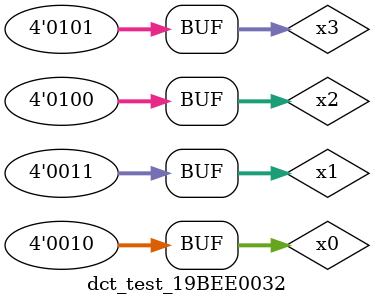
<source format=v>
`timescale 1ns / 1ps
module dct_test_19BEE0032();

reg signed [3:0] x0,x1,x2,x3;
wire signed [6:0] y0,y1,y2,y3;
dct_19BEE0032 uut( x0,x1,x2,x3,y0,y1,y2,y3);
initial begin 
x0=2;
x1=3;
x2=4;
x3=5;
#10;
end
endmodule

</source>
